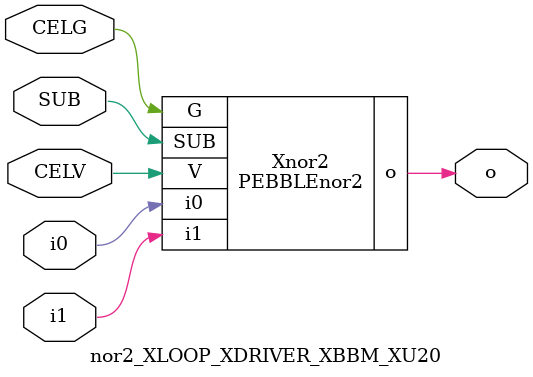
<source format=v>



module PEBBLEnor2 ( o, G, SUB, V, i0, i1 );

  input i0;
  input V;
  input i1;
  input G;
  output o;
  input SUB;
endmodule

//Celera Confidential Do Not Copy nor2_XLOOP_XDRIVER_XBBM_XU20
//Celera Confidential Symbol Generator
//nor2
module nor2_XLOOP_XDRIVER_XBBM_XU20 (CELV,CELG,i0,i1,o,SUB);
input CELV;
input CELG;
input i0;
input i1;
input SUB;
output o;

//Celera Confidential Do Not Copy nor2
PEBBLEnor2 Xnor2(
.V (CELV),
.i0 (i0),
.i1 (i1),
.o (o),
.SUB (SUB),
.G (CELG)
);
//,diesize,PEBBLEnor2

//Celera Confidential Do Not Copy Module End
//Celera Schematic Generator
endmodule

</source>
